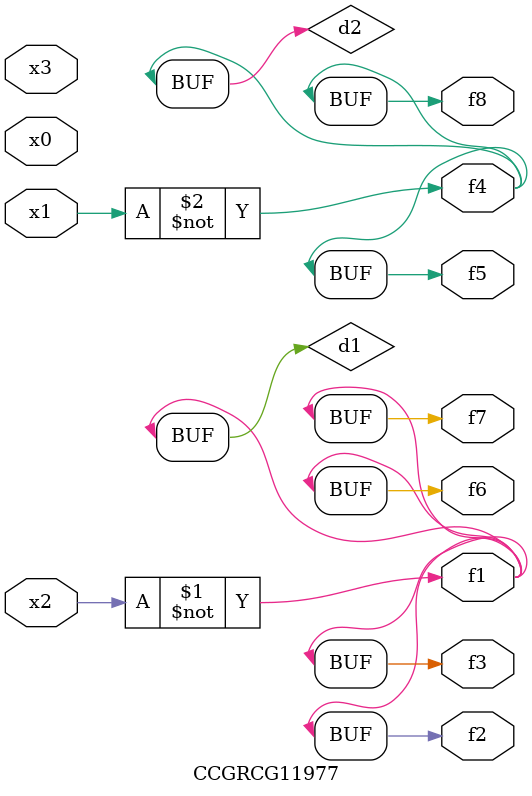
<source format=v>
module CCGRCG11977(
	input x0, x1, x2, x3,
	output f1, f2, f3, f4, f5, f6, f7, f8
);

	wire d1, d2;

	xnor (d1, x2);
	not (d2, x1);
	assign f1 = d1;
	assign f2 = d1;
	assign f3 = d1;
	assign f4 = d2;
	assign f5 = d2;
	assign f6 = d1;
	assign f7 = d1;
	assign f8 = d2;
endmodule

</source>
